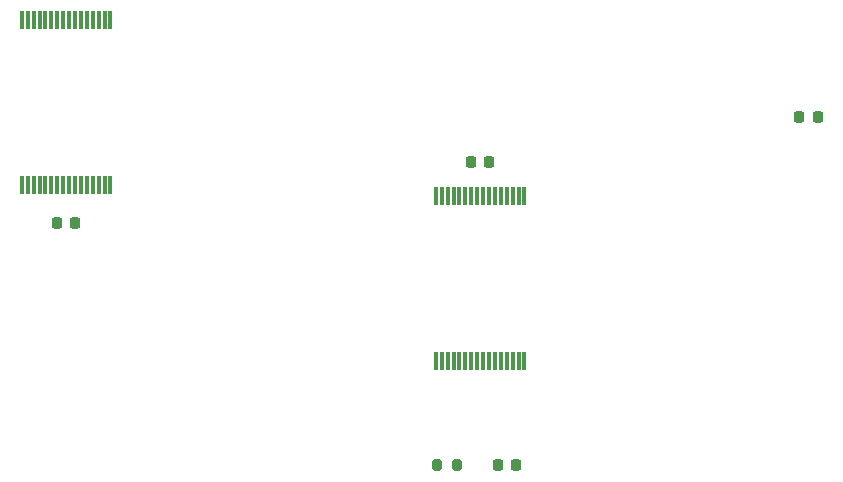
<source format=gbr>
%TF.GenerationSoftware,KiCad,Pcbnew,(7.0.0)*%
%TF.CreationDate,2023-08-04T18:21:46+01:00*%
%TF.ProjectId,DataIOROM,44617461-494f-4524-9f4d-2e6b69636164,rev?*%
%TF.SameCoordinates,Original*%
%TF.FileFunction,Paste,Top*%
%TF.FilePolarity,Positive*%
%FSLAX46Y46*%
G04 Gerber Fmt 4.6, Leading zero omitted, Abs format (unit mm)*
G04 Created by KiCad (PCBNEW (7.0.0)) date 2023-08-04 18:21:46*
%MOMM*%
%LPD*%
G01*
G04 APERTURE LIST*
G04 Aperture macros list*
%AMRoundRect*
0 Rectangle with rounded corners*
0 $1 Rounding radius*
0 $2 $3 $4 $5 $6 $7 $8 $9 X,Y pos of 4 corners*
0 Add a 4 corners polygon primitive as box body*
4,1,4,$2,$3,$4,$5,$6,$7,$8,$9,$2,$3,0*
0 Add four circle primitives for the rounded corners*
1,1,$1+$1,$2,$3*
1,1,$1+$1,$4,$5*
1,1,$1+$1,$6,$7*
1,1,$1+$1,$8,$9*
0 Add four rect primitives between the rounded corners*
20,1,$1+$1,$2,$3,$4,$5,0*
20,1,$1+$1,$4,$5,$6,$7,0*
20,1,$1+$1,$6,$7,$8,$9,0*
20,1,$1+$1,$8,$9,$2,$3,0*%
G04 Aperture macros list end*
%ADD10RoundRect,0.225000X-0.225000X-0.250000X0.225000X-0.250000X0.225000X0.250000X-0.225000X0.250000X0*%
%ADD11RoundRect,0.200000X0.200000X0.275000X-0.200000X0.275000X-0.200000X-0.275000X0.200000X-0.275000X0*%
%ADD12R,0.300000X1.500000*%
%ADD13RoundRect,0.225000X0.225000X0.250000X-0.225000X0.250000X-0.225000X-0.250000X0.225000X-0.250000X0*%
%ADD14RoundRect,0.218750X-0.218750X-0.256250X0.218750X-0.256250X0.218750X0.256250X-0.218750X0.256250X0*%
G04 APERTURE END LIST*
D10*
%TO.C,C3*%
X124248500Y-102168000D03*
X125798500Y-102168000D03*
%TD*%
D11*
%TO.C,R1*%
X158101800Y-122682000D03*
X156451800Y-122682000D03*
%TD*%
D12*
%TO.C,U1*%
X121273499Y-99007999D03*
X121773499Y-99007999D03*
X122273499Y-99007999D03*
X122773499Y-99007999D03*
X123273499Y-99007999D03*
X123773499Y-99007999D03*
X124273499Y-99007999D03*
X124773499Y-99007999D03*
X125273499Y-99007999D03*
X125773499Y-99007999D03*
X126273499Y-99007999D03*
X126773499Y-99007999D03*
X127273499Y-99007999D03*
X127773499Y-99007999D03*
X128273499Y-99007999D03*
X128773499Y-99007999D03*
X128773499Y-85007999D03*
X128273499Y-85007999D03*
X127773499Y-85007999D03*
X127273499Y-85007999D03*
X126773499Y-85007999D03*
X126273499Y-85007999D03*
X125773499Y-85007999D03*
X125273499Y-85007999D03*
X124773499Y-85007999D03*
X124273499Y-85007999D03*
X123773499Y-85007999D03*
X123273499Y-85007999D03*
X122773499Y-85007999D03*
X122273499Y-85007999D03*
X121773499Y-85007999D03*
X121273499Y-85007999D03*
%TD*%
D13*
%TO.C,C2*%
X160845800Y-97028000D03*
X159295800Y-97028000D03*
%TD*%
D12*
%TO.C,U2*%
X163825799Y-99923999D03*
X163325799Y-99923999D03*
X162825799Y-99923999D03*
X162325799Y-99923999D03*
X161825799Y-99923999D03*
X161325799Y-99923999D03*
X160825799Y-99923999D03*
X160325799Y-99923999D03*
X159825799Y-99923999D03*
X159325799Y-99923999D03*
X158825799Y-99923999D03*
X158325799Y-99923999D03*
X157825799Y-99923999D03*
X157325799Y-99923999D03*
X156825799Y-99923999D03*
X156325799Y-99923999D03*
X156325799Y-113923999D03*
X156825799Y-113923999D03*
X157325799Y-113923999D03*
X157825799Y-113923999D03*
X158325799Y-113923999D03*
X158825799Y-113923999D03*
X159325799Y-113923999D03*
X159825799Y-113923999D03*
X160325799Y-113923999D03*
X160825799Y-113923999D03*
X161325799Y-113923999D03*
X161825799Y-113923999D03*
X162325799Y-113923999D03*
X162825799Y-113923999D03*
X163325799Y-113923999D03*
X163825799Y-113923999D03*
%TD*%
D13*
%TO.C,C1*%
X188645800Y-93218000D03*
X187095800Y-93218000D03*
%TD*%
D14*
%TO.C,D1*%
X161569300Y-122682000D03*
X163144300Y-122682000D03*
%TD*%
M02*

</source>
